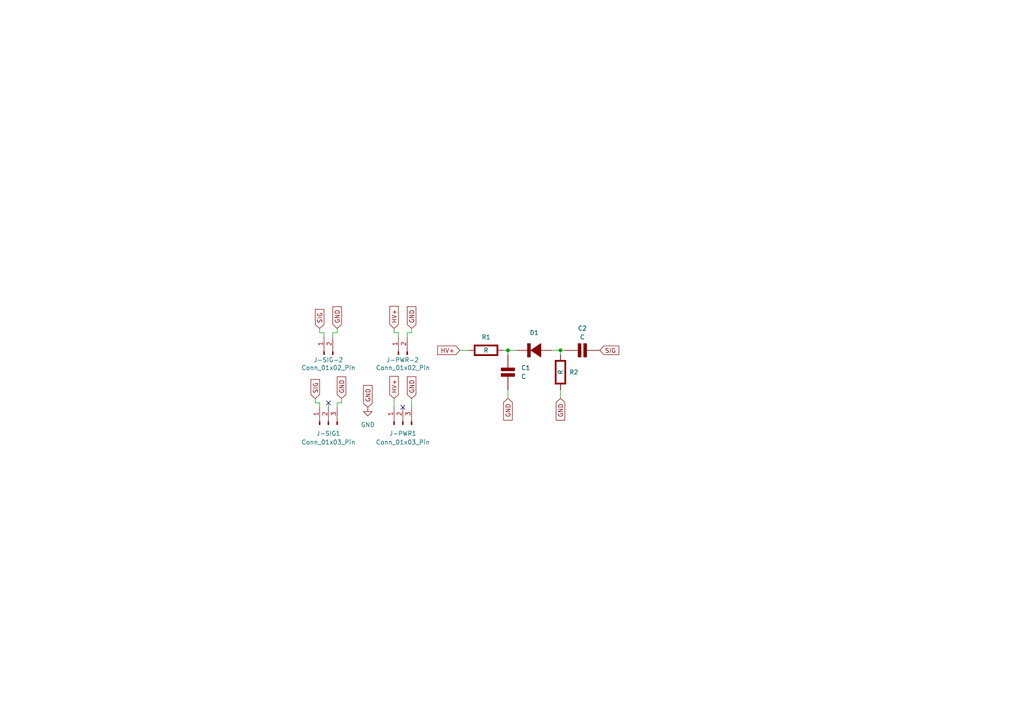
<source format=kicad_sch>
(kicad_sch (version 20231120) (generator "eeschema") (generator_version "8.0")
  (paper "A4")
  (lib_symbols
    (symbol "Connector:Conn_01x02_Pin" (pin_names (offset 1.016) hide)
      (property "Reference" "J" (at 0 2.54 0))
      (property "Value" "Conn_01x02_Pin" (at 0 -5.08 0))
      (symbol "Conn_01x02_Pin_1_1"
        (polyline (pts (xy 1.27 -2.54) (xy 0.8636 -2.54)) (stroke (width 0.1524)))
        (polyline (pts (xy 1.27 0) (xy 0.8636 0)) (stroke (width 0.1524)))
        (rectangle (start 0.8636 -2.413) (end 0 -2.667) (stroke (width 0.1524)) (fill (type outline)))
        (rectangle (start 0.8636 0.127) (end 0 -0.127) (stroke (width 0.1524)) (fill (type outline)))
        (pin passive line (at 5.08 0 180) (length 3.81) (name "Pin_1") (number "1"))
        (pin passive line (at 5.08 -2.54 180) (length 3.81) (name "Pin_2") (number "2"))
      )
    )
    (symbol "Connector:Conn_01x03_Pin" (pin_names (offset 1.016) hide)
      (property "Reference" "J" (at 0 5.08 0))
      (property "Value" "Conn_01x03_Pin" (at 0 -5.08 0))
      (symbol "Conn_01x03_Pin_1_1"
        (polyline (pts (xy 1.27 -2.54) (xy 0.8636 -2.54)) (stroke (width 0.1524)))
        (polyline (pts (xy 1.27 0) (xy 0.8636 0)) (stroke (width 0.1524)))
        (polyline (pts (xy 1.27 2.54) (xy 0.8636 2.54)) (stroke (width 0.1524)))
        (rectangle (start 0.8636 -2.413) (end 0 -2.667) (stroke (width 0.1524)) (fill (type outline)))
        (rectangle (start 0.8636 0.127) (end 0 -0.127) (stroke (width 0.1524)) (fill (type outline)))
        (rectangle (start 0.8636 2.667) (end 0 2.413) (stroke (width 0.1524)) (fill (type outline)))
        (pin passive line (at 5.08 2.54 180) (length 3.81) (name "Pin_1") (number "1"))
        (pin passive line (at 5.08 0 180) (length 3.81) (name "Pin_2") (number "2"))
        (pin passive line (at 5.08 -2.54 180) (length 3.81) (name "Pin_3") (number "3"))
      )
    )
    (symbol "PCM_Elektuur:C" (pin_numbers hide) (pin_names (offset 0) hide)
      (property "Reference" "C" (at 0.635 3.175 0))
      (property "Value" "C" (at 0.635 -3.175 0))
      (symbol "C_1_1"
        (rectangle (start -1.905 -0.4318) (end 1.905 -1.1938) (stroke (width 0.254)) (fill (type outline)))
        (rectangle (start -1.905 1.1938) (end 1.905 0.4318) (stroke (width 0.254)) (fill (type outline)))
        (pin passive line (at 0 5.08 270) (length 3.8862) (name "+") (number "1"))
        (pin passive line (at 0 -5.08 90) (length 3.8862) (name "-") (number "2"))
      )
      (symbol "C_1_2"
        (polyline (pts (xy -1.905 -1.4986) (xy 1.905 -1.4986) (xy 1.905 -0.4318) (xy -1.905 -0.4318) (xy -1.905 -1.4986) (xy -1.8034 -1.397) (xy -1.8034 -0.5334) (xy 1.8034 -0.5334) (xy 1.8034 -1.397) (xy -1.8034 -1.397) (xy -1.905 -1.4986)) (stroke (width 0.254)) (fill (type outline)))
        (polyline (pts (xy -1.905 0.4318) (xy 1.905 0.4318) (xy 1.905 1.4986) (xy -1.905 1.4986) (xy -1.905 0.4318) (xy -1.8034 0.5334) (xy -1.8034 1.397) (xy 1.8034 1.397) (xy 1.8034 0.5334) (xy -1.8034 0.5334) (xy -1.905 0.4318)) (stroke (width 0.254)) (fill (type outline)))
        (pin passive line (at 0 5.08 270) (length 3.5814) (name "+") (number "1"))
        (pin passive line (at 0 -5.08 90) (length 3.5814) (name "-") (number "2"))
      )
    )
    (symbol "PCM_Elektuur:D" (pin_numbers hide) (pin_names (offset 0) hide)
      (property "Reference" "D" (at 0.635 3.175 0))
      (property "Value" "${SIM.PARAMS}" (at 0.635 -3.175 0))
      (symbol "D_1_0"
        (pin passive line (at 0 -5.08 90) (length 3.175) (name "K-") (number "1"))
        (pin passive line (at 0 5.08 270) (length 3.175) (name "A+") (number "2"))
      )
      (symbol "D_1_1"
        (polyline (pts (xy -1.905 -1.905) (xy 1.905 -1.905) (xy 1.905 -1.143) (xy 0 -1.143) (xy 0 -0.889) (xy 1.905 1.905) (xy -1.905 1.905) (xy 0 -0.889) (xy 0 -1.143) (xy -1.905 -1.143) (xy -1.905 -1.905)) (stroke (width 0.254)) (fill (type outline)))
      )
      (symbol "D_1_2"
        (polyline (pts (xy -0.127 -1.905) (xy 1.905 -1.905) (xy 1.905 -1.143) (xy 0 -1.143) (xy 0 -0.889) (xy 1.905 1.905) (xy -0.0254 1.905) (xy -0.9652 0.5334) (xy 0 -0.889) (xy 0 -1.143) (xy -0.127 -1.143) (xy -0.127 -1.905)) (stroke (width 0.254)) (fill (type outline)))
      )
    )
    (symbol "PCM_Elektuur:R" (pin_numbers hide) (pin_names (offset 0) hide)
      (property "Reference" "R" (at 2.54 3.175 0))
      (property "Value" "R" (at 0 0 90))
      (symbol "R_1_1"
        (polyline (pts (xy -1.524 -3.429) (xy 1.524 -3.429) (xy 1.524 3.429) (xy -1.524 3.429) (xy -1.524 -3.429) (xy -1.27 -3.175) (xy -1.27 3.175) (xy 1.27 3.175) (xy 1.27 -3.175) (xy -1.27 -3.175) (xy -1.524 -3.429)) (stroke (width 0.254)) (fill (type outline)))
        (pin passive line (at 0 5.08 270) (length 1.651) (name "+") (number "1"))
        (pin passive line (at 0 -5.08 90) (length 1.651) (name "-") (number "2"))
      )
      (symbol "R_1_2"
        (polyline (pts (xy -0.508 -3.429) (xy 1.524 -3.429) (xy 1.524 3.429) (xy -0.508 3.429) (xy -0.508 3.175) (xy 1.27 3.175) (xy 1.27 -3.175) (xy -0.508 -3.175) (xy -0.508 -3.429)) (stroke (width 0.254)) (fill (type outline)))
        (pin passive line (at 0 5.08 270) (length 1.651) (name "+") (number "1"))
        (pin passive line (at 0 -5.08 90) (length 1.651) (name "-") (number "2"))
      )
      (symbol "R_1_3"
        (polyline (pts (xy 0 3.4798) (xy 0 3.2004) (xy 0.7112 2.794) (xy -1.1938 1.6764) (xy 0.7112 0.5588) (xy -1.1938 -0.5588) (xy 0.7112 -1.6764) (xy -1.1938 -2.794) (xy 0 -3.4798) (xy 0 -3.2004) (xy -0.7112 -2.794) (xy 1.1938 -1.6764) (xy -0.7112 -0.5588) (xy 1.1938 0.5588) (xy -0.7112 1.6764) (xy 1.1938 2.794) (xy 0 3.4798)) (stroke (width 0.254)) (fill (type outline)))
        (pin passive line (at 0 5.08 270) (length 1.6002) (name "+") (number "1"))
        (pin passive line (at 0 -5.08 90) (length 1.6002) (name "-") (number "2"))
      )
      (symbol "R_1_4"
        (polyline (pts (xy 0 4.5466) (xy 0 4.2672) (xy 0.0508 4.2418) (xy 1.016 3.683) (xy -1.524 2.2098) (xy 1.016 0.7366) (xy -1.524 -0.7366) (xy 1.016 -2.2098) (xy -1.524 -3.683) (xy -0.0762 -4.5212) (xy 0 -4.5466) (xy 0 -4.2672) (xy -0.0508 -4.2418) (xy -1.016 -3.683) (xy 1.524 -2.2098) (xy -1.016 -0.7366) (xy 1.524 0.7366) (xy -1.016 2.2098) (xy 1.524 3.683) (xy 0.0762 4.5212) (xy 0 4.5466)) (stroke (width 0.254)) (fill (type outline)))
        (pin passive line (at 0 5.08 270) (length 0.5334) (name "+") (number "1"))
        (pin passive line (at 0 -5.08 90) (length 0.5334) (name "-") (number "2"))
      )
    )
    (symbol "power:GND" (power) (pin_numbers hide) (pin_names (offset 0) hide)
      (property "Value" "GND" (at 0 -3.81 0))
      (symbol "GND_0_1"
        (polyline (pts (xy 0 0) (xy 0 -1.27) (xy 1.27 -1.27) (xy 0 -2.54) (xy -1.27 -1.27) (xy 0 -1.27)))
      )
      (symbol "GND_1_1"
        (pin power_in line (at 0 0 270) (length 0) (name "~") (number "1"))
      )
    )
  )
  (junction (at 162.56 101.6))
  (junction (at 147.32 101.6))
  (no_connect (at 95.25 116.84))
  (no_connect (at 116.84 118.11))
  (wire (pts (xy 93.98 96.52) (xy 93.98 97.79)))
  (wire (pts (xy 162.56 113.03) (xy 162.56 115.57)))
  (wire (pts (xy 147.32 101.6) (xy 147.32 102.87)))
  (wire (pts (xy 92.71 96.52) (xy 93.98 96.52)))
  (wire (pts (xy 119.38 115.57) (xy 119.38 118.11)))
  (wire (pts (xy 160.02 101.6) (xy 162.56 101.6)))
  (wire (pts (xy 114.3 96.52) (xy 115.57 96.52)))
  (wire (pts (xy 119.38 95.25) (xy 119.38 96.52)))
  (wire (pts (xy 97.79 96.52) (xy 96.52 96.52)))
  (wire (pts (xy 162.56 101.6) (xy 163.83 101.6)))
  (wire (pts (xy 146.05 101.6) (xy 147.32 101.6)))
  (wire (pts (xy 147.32 101.6) (xy 149.86 101.6)))
  (wire (pts (xy 147.32 113.03) (xy 147.32 115.57)))
  (wire (pts (xy 97.79 95.25) (xy 97.79 96.52)))
  (wire (pts (xy 96.52 96.52) (xy 96.52 97.79)))
  (wire (pts (xy 95.25 116.84) (xy 95.25 118.11)))
  (wire (pts (xy 118.11 96.52) (xy 118.11 97.79)))
  (wire (pts (xy 115.57 96.52) (xy 115.57 97.79)))
  (wire (pts (xy 162.56 101.6) (xy 162.56 102.87)))
  (wire (pts (xy 114.3 115.57) (xy 114.3 118.11)))
  (wire (pts (xy 133.35 101.6) (xy 135.89 101.6)))
  (wire (pts (xy 119.38 96.52) (xy 118.11 96.52)))
  (wire (pts (xy 92.71 116.84) (xy 92.71 118.11)))
  (wire (pts (xy 99.06 116.84) (xy 97.79 116.84)))
  (wire (pts (xy 91.44 116.84) (xy 92.71 116.84)))
  (wire (pts (xy 92.71 95.25) (xy 92.71 96.52)))
  (wire (pts (xy 91.44 115.57) (xy 91.44 116.84)))
  (wire (pts (xy 114.3 95.25) (xy 114.3 96.52)))
  (wire (pts (xy 97.79 116.84) (xy 97.79 118.11)))
  (wire (pts (xy 99.06 115.57) (xy 99.06 116.84)))
  (global_label "GND" (shape input) (at 106.68 118.11 90) (property "Intersheetrefs" "${INTERSHEET_REFS}" (effects (hide yes))))
  (global_label "HV+" (shape input) (at 114.3 95.25 90) (property "Intersheetrefs" "${INTERSHEET_REFS}" (effects (hide yes))))
  (global_label "GND" (shape input) (at 99.06 115.57 90) (property "Intersheetrefs" "${INTERSHEET_REFS}" (effects (hide yes))))
  (global_label "HV+" (shape input) (at 114.3 115.57 90) (property "Intersheetrefs" "${INTERSHEET_REFS}" (effects (hide yes))))
  (global_label "GND" (shape input) (at 119.38 95.25 90) (property "Intersheetrefs" "${INTERSHEET_REFS}" (effects (hide yes))))
  (global_label "SIG" (shape input) (at 173.99 101.6 0) (property "Intersheetrefs" "${INTERSHEET_REFS}" (effects (hide yes))))
  (global_label "SIG" (shape input) (at 91.44 115.57 90) (property "Intersheetrefs" "${INTERSHEET_REFS}" (effects (hide yes))))
  (global_label "GND" (shape input) (at 119.38 115.57 90) (property "Intersheetrefs" "${INTERSHEET_REFS}" (effects (hide yes))))
  (global_label "SIG" (shape input) (at 92.71 95.25 90) (property "Intersheetrefs" "${INTERSHEET_REFS}" (effects (hide yes))))
  (global_label "GND" (shape input) (at 162.56 115.57 270) (property "Intersheetrefs" "${INTERSHEET_REFS}" (effects (hide yes))))
  (global_label "HV+" (shape input) (at 133.35 101.6 180) (property "Intersheetrefs" "${INTERSHEET_REFS}" (effects (hide yes))))
  (global_label "GND" (shape input) (at 97.79 95.25 90) (property "Intersheetrefs" "${INTERSHEET_REFS}" (effects (hide yes))))
  (global_label "GND" (shape input) (at 147.32 115.57 270) (property "Intersheetrefs" "${INTERSHEET_REFS}" (effects (hide yes))))
  (symbol (lib_id "Connector:Conn_01x02_Pin") (at 93.98 102.87 90) (unit 1)
    (property "Reference" "J-SIG-2" (at 90.932 104.394 90) (effects (justify right)))
    (property "Value" "Conn_01x02_Pin" (at 87.376 106.68 90) (effects (justify right)))
    (property "Footprint" "Connector_Coaxial:MMCX_Molex_73415-1471_Vertical" (effects (hide yes)))
    (property "Description" "Generic connector, single row, 01x02, script generated" (effects (hide yes)))
  )
  (symbol (lib_id "PCM_Elektuur:D") (at 154.94 101.6 270) (unit 1)
    (property "Reference" "D1" (at 154.94 96.52 90))
    (property "Value" "${SIM.PARAMS}" (at 154.94 97.79 90))
    (property "Footprint" "SiPM-FBK:ASD-RGB3S-P-40" (effects (hide yes)))
    (property "Description" "semiconductor diode" (effects (hide yes)))
    (property "Field-1" "type=\"\" model=\"D\" lib=\"semiconductor.lib\"" (effects (hide yes)))
    (property "Rating" "V/A" (effects (hide yes)))
  )
  (symbol (lib_id "PCM_Elektuur:C") (at 147.32 107.95 0) (unit 1)
    (property "Reference" "C1" (at 151.13 106.6799 0) (effects (justify left)))
    (property "Value" "C" (at 151.13 109.2199 0) (effects (justify left)))
    (property "Footprint" "Custom_ThroughHole:PinHeader_1x04_P2.54mm_Vertical_Spaced_Mini" (effects (hide yes)))
    (property "Description" "capacitor, non-polarized/bipolar" (effects (hide yes)))
    (property "Indicator" "+" (effects (hide yes)))
    (property "Rating" "V" (effects (hide yes)))
  )
  (symbol (lib_id "PCM_Elektuur:R") (at 162.56 107.95 0) (unit 1)
    (property "Reference" "R2" (at 165.1 107.9499 0) (effects (justify left)))
    (property "Value" "R" (at 162.56 107.95 90))
    (property "Footprint" "Custom_ThroughHole:PinHeader_1x04_P2.54mm_Vertical_Spaced_Mini" (effects (hide yes)))
    (property "Description" "resistor" (effects (hide yes)))
    (property "Indicator" "+" (effects (hide yes)))
    (property "Rating" "W" (effects (hide yes)))
  )
  (symbol (lib_id "PCM_Elektuur:C") (at 168.91 101.6 90) (unit 1)
    (property "Reference" "C2" (at 168.91 95.25 90))
    (property "Value" "C" (at 168.91 97.79 90))
    (property "Footprint" "Custom_ThroughHole:PinHeader_1x04_P2.54mm_Vertical_Spaced_Mini" (effects (hide yes)))
    (property "Description" "capacitor, non-polarized/bipolar" (effects (hide yes)))
    (property "Indicator" "+" (effects (hide yes)))
    (property "Rating" "V" (effects (hide yes)))
  )
  (symbol (lib_id "Connector:Conn_01x03_Pin") (at 95.25 123.19 90) (unit 1)
    (property "Reference" "J-SIG1" (at 95.25 125.73 90))
    (property "Value" "Conn_01x03_Pin" (at 95.25 128.27 90))
    (property "Footprint" "Connector_PinHeader_2.54mm:PinHeader_1x03_P2.54mm_Vertical" (effects (hide yes)))
    (property "Description" "Generic connector, single row, 01x03, script generated" (effects (hide yes)))
  )
  (symbol (lib_id "power:GND") (at 106.68 118.11 0) (unit 1)
    (property "Reference" "#PWR1" (effects (hide yes)))
    (property "Value" "GND" (at 106.68 123.19 0))
    (property "Description" "Power symbol creates a global label with name \"GND\" , ground" (effects (hide yes)))
  )
  (symbol (lib_id "Connector:Conn_01x03_Pin") (at 116.84 123.19 90) (unit 1)
    (property "Reference" "J-PWR1" (at 116.84 125.73 90))
    (property "Value" "Conn_01x03_Pin" (at 116.84 128.27 90))
    (property "Footprint" "Connector_PinHeader_2.54mm:PinHeader_1x03_P2.54mm_Vertical" (effects (hide yes)))
    (property "Description" "Generic connector, single row, 01x03, script generated" (effects (hide yes)))
  )
  (symbol (lib_id "PCM_Elektuur:R") (at 140.97 101.6 90) (unit 1)
    (property "Reference" "R1" (at 140.97 97.79 90))
    (property "Value" "R" (at 140.97 101.6 90))
    (property "Footprint" "Custom_ThroughHole:PinHeader_1x04_P2.54mm_Vertical_Spaced_Mini" (effects (hide yes)))
    (property "Description" "resistor" (effects (hide yes)))
    (property "Indicator" "+" (effects (hide yes)))
    (property "Rating" "W" (effects (hide yes)))
  )
  (symbol (lib_id "Connector:Conn_01x02_Pin") (at 115.57 102.87 90) (unit 1)
    (property "Reference" "J-PWR-2" (at 112.014 104.394 90) (effects (justify right)))
    (property "Value" "Conn_01x02_Pin" (at 108.966 106.68 90) (effects (justify right)))
    (property "Footprint" "Connector_Coaxial:MMCX_Molex_73415-1471_Vertical" (effects (hide yes)))
    (property "Description" "Generic connector, single row, 01x02, script generated" (effects (hide yes)))
  )
)
</source>
